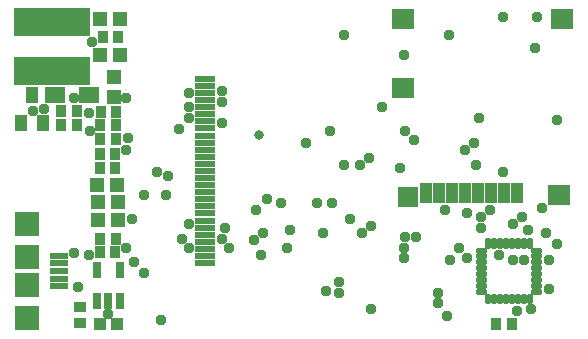
<source format=gts>
G75*
G70*
%OFA0B0*%
%FSLAX24Y24*%
%IPPOS*%
%LPD*%
%AMOC8*
5,1,8,0,0,1.08239X$1,22.5*
%
%ADD10R,0.0395X0.0395*%
%ADD11R,0.0434X0.0356*%
%ADD12R,0.0631X0.0237*%
%ADD13R,0.0828X0.0828*%
%ADD14R,0.0671X0.0198*%
%ADD15R,0.0356X0.0434*%
%ADD16R,0.2560X0.0926*%
%ADD17R,0.0671X0.0552*%
%ADD18R,0.0434X0.0552*%
%ADD19R,0.0513X0.0474*%
%ADD20R,0.0474X0.0513*%
%ADD21R,0.0749X0.0671*%
%ADD22R,0.0395X0.0671*%
%ADD23R,0.0671X0.0671*%
%ADD24R,0.0297X0.0552*%
%ADD25C,0.0099*%
%ADD26C,0.0316*%
%ADD27OC8,0.0360*%
D10*
X003655Y001899D03*
X004245Y001899D03*
D11*
X002998Y001946D03*
X002998Y002457D03*
D12*
X002288Y003154D03*
X002288Y003409D03*
X002288Y003665D03*
X002288Y003921D03*
X002288Y004177D03*
D13*
X001245Y004138D03*
X001245Y003193D03*
X001245Y002110D03*
X001245Y005221D03*
D14*
X007182Y005109D03*
X007182Y005345D03*
X007182Y005582D03*
X007182Y005818D03*
X007182Y006054D03*
X007182Y006290D03*
X007182Y006526D03*
X007182Y006763D03*
X007182Y006999D03*
X007182Y007235D03*
X007182Y007471D03*
X007182Y007708D03*
X007182Y007944D03*
X007182Y008180D03*
X007182Y008416D03*
X007182Y008652D03*
X007182Y008889D03*
X007182Y009125D03*
X007182Y009361D03*
X007182Y009597D03*
X007182Y009834D03*
X007182Y010070D03*
X007182Y004873D03*
X007182Y004637D03*
X007182Y004401D03*
X007182Y004164D03*
X007182Y003928D03*
D15*
X004185Y004290D03*
X003673Y004290D03*
X003675Y004736D03*
X004187Y004736D03*
X004166Y007109D03*
X004177Y007568D03*
X003665Y007568D03*
X003654Y007109D03*
X003679Y008050D03*
X004191Y008050D03*
X004196Y008517D03*
X003684Y008517D03*
X003688Y008965D03*
X004200Y008965D03*
X002891Y009002D03*
X002380Y009002D03*
X002380Y008542D03*
X002891Y008542D03*
X003768Y011472D03*
X004280Y011472D03*
X016880Y001885D03*
X017392Y001885D03*
D16*
X002082Y010339D03*
X002082Y011973D03*
D17*
X002175Y009539D03*
X003316Y009539D03*
D18*
X001769Y008583D03*
X001021Y008583D03*
X001395Y009528D03*
D19*
X003661Y010872D03*
X004331Y010872D03*
X004345Y012058D03*
X003675Y012058D03*
X003575Y006535D03*
X004245Y006535D03*
X004264Y005956D03*
X003595Y005956D03*
X003591Y005367D03*
X004260Y005367D03*
D20*
X004149Y009459D03*
X004149Y010128D03*
D21*
X013770Y009764D03*
X013770Y012067D03*
X019085Y012067D03*
X018967Y006185D03*
D22*
X017569Y006256D03*
X017136Y006256D03*
X016703Y006256D03*
X016270Y006256D03*
X015837Y006256D03*
X015404Y006256D03*
X014971Y006256D03*
X014538Y006256D03*
D23*
X013929Y006143D03*
D24*
X004323Y003686D03*
X003575Y003686D03*
X003575Y002663D03*
X003949Y002663D03*
X004323Y002663D03*
D25*
X016228Y003035D02*
X016486Y003035D01*
X016486Y002935D01*
X016228Y002935D01*
X016228Y003035D01*
X016228Y003033D02*
X016486Y003033D01*
X016486Y003232D02*
X016228Y003232D01*
X016486Y003232D02*
X016486Y003132D01*
X016228Y003132D01*
X016228Y003232D01*
X016228Y003230D02*
X016486Y003230D01*
X016486Y003429D02*
X016228Y003429D01*
X016486Y003429D02*
X016486Y003329D01*
X016228Y003329D01*
X016228Y003429D01*
X016228Y003427D02*
X016486Y003427D01*
X016486Y003626D02*
X016228Y003626D01*
X016486Y003626D02*
X016486Y003526D01*
X016228Y003526D01*
X016228Y003626D01*
X016228Y003624D02*
X016486Y003624D01*
X016486Y003822D02*
X016228Y003822D01*
X016486Y003822D02*
X016486Y003722D01*
X016228Y003722D01*
X016228Y003822D01*
X016228Y003820D02*
X016486Y003820D01*
X016486Y004019D02*
X016228Y004019D01*
X016486Y004019D02*
X016486Y003919D01*
X016228Y003919D01*
X016228Y004019D01*
X016228Y004017D02*
X016486Y004017D01*
X016486Y004216D02*
X016228Y004216D01*
X016486Y004216D02*
X016486Y004116D01*
X016228Y004116D01*
X016228Y004216D01*
X016228Y004214D02*
X016486Y004214D01*
X016486Y004413D02*
X016228Y004413D01*
X016486Y004413D02*
X016486Y004313D01*
X016228Y004313D01*
X016228Y004413D01*
X016228Y004411D02*
X016486Y004411D01*
X016544Y004728D02*
X016644Y004728D01*
X016644Y004470D01*
X016544Y004470D01*
X016544Y004728D01*
X016544Y004568D02*
X016644Y004568D01*
X016644Y004666D02*
X016544Y004666D01*
X016740Y004728D02*
X016840Y004728D01*
X016840Y004470D01*
X016740Y004470D01*
X016740Y004728D01*
X016740Y004568D02*
X016840Y004568D01*
X016840Y004666D02*
X016740Y004666D01*
X016937Y004728D02*
X017037Y004728D01*
X017037Y004470D01*
X016937Y004470D01*
X016937Y004728D01*
X016937Y004568D02*
X017037Y004568D01*
X017037Y004666D02*
X016937Y004666D01*
X017134Y004728D02*
X017234Y004728D01*
X017234Y004470D01*
X017134Y004470D01*
X017134Y004728D01*
X017134Y004568D02*
X017234Y004568D01*
X017234Y004666D02*
X017134Y004666D01*
X017331Y004728D02*
X017431Y004728D01*
X017431Y004470D01*
X017331Y004470D01*
X017331Y004728D01*
X017331Y004568D02*
X017431Y004568D01*
X017431Y004666D02*
X017331Y004666D01*
X017528Y004728D02*
X017628Y004728D01*
X017628Y004470D01*
X017528Y004470D01*
X017528Y004728D01*
X017528Y004568D02*
X017628Y004568D01*
X017628Y004666D02*
X017528Y004666D01*
X017725Y004728D02*
X017825Y004728D01*
X017825Y004470D01*
X017725Y004470D01*
X017725Y004728D01*
X017725Y004568D02*
X017825Y004568D01*
X017825Y004666D02*
X017725Y004666D01*
X017922Y004728D02*
X018022Y004728D01*
X018022Y004470D01*
X017922Y004470D01*
X017922Y004728D01*
X017922Y004568D02*
X018022Y004568D01*
X018022Y004666D02*
X017922Y004666D01*
X018079Y004413D02*
X018337Y004413D01*
X018337Y004313D01*
X018079Y004313D01*
X018079Y004413D01*
X018079Y004411D02*
X018337Y004411D01*
X018337Y004216D02*
X018079Y004216D01*
X018337Y004216D02*
X018337Y004116D01*
X018079Y004116D01*
X018079Y004216D01*
X018079Y004214D02*
X018337Y004214D01*
X018337Y004019D02*
X018079Y004019D01*
X018337Y004019D02*
X018337Y003919D01*
X018079Y003919D01*
X018079Y004019D01*
X018079Y004017D02*
X018337Y004017D01*
X018337Y003822D02*
X018079Y003822D01*
X018337Y003822D02*
X018337Y003722D01*
X018079Y003722D01*
X018079Y003822D01*
X018079Y003820D02*
X018337Y003820D01*
X018337Y003626D02*
X018079Y003626D01*
X018337Y003626D02*
X018337Y003526D01*
X018079Y003526D01*
X018079Y003626D01*
X018079Y003624D02*
X018337Y003624D01*
X018337Y003429D02*
X018079Y003429D01*
X018337Y003429D02*
X018337Y003329D01*
X018079Y003329D01*
X018079Y003429D01*
X018079Y003427D02*
X018337Y003427D01*
X018337Y003232D02*
X018079Y003232D01*
X018337Y003232D02*
X018337Y003132D01*
X018079Y003132D01*
X018079Y003232D01*
X018079Y003230D02*
X018337Y003230D01*
X018337Y003035D02*
X018079Y003035D01*
X018337Y003035D02*
X018337Y002935D01*
X018079Y002935D01*
X018079Y003035D01*
X018079Y003033D02*
X018337Y003033D01*
X018022Y002878D02*
X017922Y002878D01*
X018022Y002878D02*
X018022Y002620D01*
X017922Y002620D01*
X017922Y002878D01*
X017922Y002718D02*
X018022Y002718D01*
X018022Y002816D02*
X017922Y002816D01*
X017825Y002878D02*
X017725Y002878D01*
X017825Y002878D02*
X017825Y002620D01*
X017725Y002620D01*
X017725Y002878D01*
X017725Y002718D02*
X017825Y002718D01*
X017825Y002816D02*
X017725Y002816D01*
X017628Y002878D02*
X017528Y002878D01*
X017628Y002878D02*
X017628Y002620D01*
X017528Y002620D01*
X017528Y002878D01*
X017528Y002718D02*
X017628Y002718D01*
X017628Y002816D02*
X017528Y002816D01*
X017431Y002878D02*
X017331Y002878D01*
X017431Y002878D02*
X017431Y002620D01*
X017331Y002620D01*
X017331Y002878D01*
X017331Y002718D02*
X017431Y002718D01*
X017431Y002816D02*
X017331Y002816D01*
X017234Y002878D02*
X017134Y002878D01*
X017234Y002878D02*
X017234Y002620D01*
X017134Y002620D01*
X017134Y002878D01*
X017134Y002718D02*
X017234Y002718D01*
X017234Y002816D02*
X017134Y002816D01*
X017037Y002878D02*
X016937Y002878D01*
X017037Y002878D02*
X017037Y002620D01*
X016937Y002620D01*
X016937Y002878D01*
X016937Y002718D02*
X017037Y002718D01*
X017037Y002816D02*
X016937Y002816D01*
X016840Y002878D02*
X016740Y002878D01*
X016840Y002878D02*
X016840Y002620D01*
X016740Y002620D01*
X016740Y002878D01*
X016740Y002718D02*
X016840Y002718D01*
X016840Y002816D02*
X016740Y002816D01*
X016644Y002878D02*
X016544Y002878D01*
X016644Y002878D02*
X016644Y002620D01*
X016544Y002620D01*
X016544Y002878D01*
X016544Y002718D02*
X016644Y002718D01*
X016644Y002816D02*
X016544Y002816D01*
D26*
X008976Y008201D03*
D27*
X007726Y008582D03*
X007726Y009302D03*
X007726Y009662D03*
X006646Y009602D03*
X006646Y009122D03*
X006646Y008762D03*
X006286Y008402D03*
X004606Y008102D03*
X004546Y007682D03*
X005566Y006962D03*
X005926Y006842D03*
X005866Y006182D03*
X005146Y006182D03*
X004726Y005402D03*
X004546Y004442D03*
X004786Y003962D03*
X005146Y003602D03*
X006646Y004442D03*
X006406Y004742D03*
X006646Y005222D03*
X007726Y004742D03*
X007966Y004442D03*
X008806Y004682D03*
X009106Y004922D03*
X009886Y004442D03*
X010006Y005042D03*
X011086Y004922D03*
X011986Y005402D03*
X012406Y004922D03*
X012706Y005162D03*
X013846Y004802D03*
X014206Y004802D03*
X013786Y004442D03*
X013786Y004082D03*
X015346Y004022D03*
X015886Y004082D03*
X015646Y004442D03*
X016366Y005102D03*
X016366Y005462D03*
X016666Y005702D03*
X015886Y005582D03*
X015166Y005702D03*
X013666Y007082D03*
X012646Y007442D03*
X012346Y007202D03*
X011806Y007202D03*
X010546Y007922D03*
X011326Y008342D03*
X013066Y009122D03*
X013846Y008342D03*
X014146Y008042D03*
X015826Y007682D03*
X016126Y007922D03*
X016186Y007202D03*
X017086Y006962D03*
X018406Y005762D03*
X017746Y005462D03*
X017446Y005222D03*
X017926Y005042D03*
X018526Y004922D03*
X018886Y004562D03*
X018646Y004022D03*
X017806Y004022D03*
X017446Y004022D03*
X016966Y004202D03*
X018646Y003062D03*
X018046Y002402D03*
X017566Y002342D03*
X015226Y002162D03*
X014926Y002582D03*
X014926Y002942D03*
X012706Y002402D03*
X011626Y002942D03*
X011626Y003302D03*
X011206Y003002D03*
X009046Y004202D03*
X007846Y005102D03*
X008866Y005702D03*
X009226Y006062D03*
X009706Y005942D03*
X010906Y005942D03*
X011386Y005942D03*
X016306Y008762D03*
X018886Y008702D03*
X018166Y011102D03*
X018226Y012122D03*
X017086Y012122D03*
X015286Y011522D03*
X013786Y010862D03*
X011806Y011522D03*
X004546Y009422D03*
X003286Y008942D03*
X003346Y008342D03*
X002806Y009422D03*
X001786Y009062D03*
X001426Y009002D03*
X003406Y011282D03*
X002806Y004262D03*
X003286Y004202D03*
X002926Y003122D03*
X003946Y002222D03*
X005686Y002042D03*
M02*

</source>
